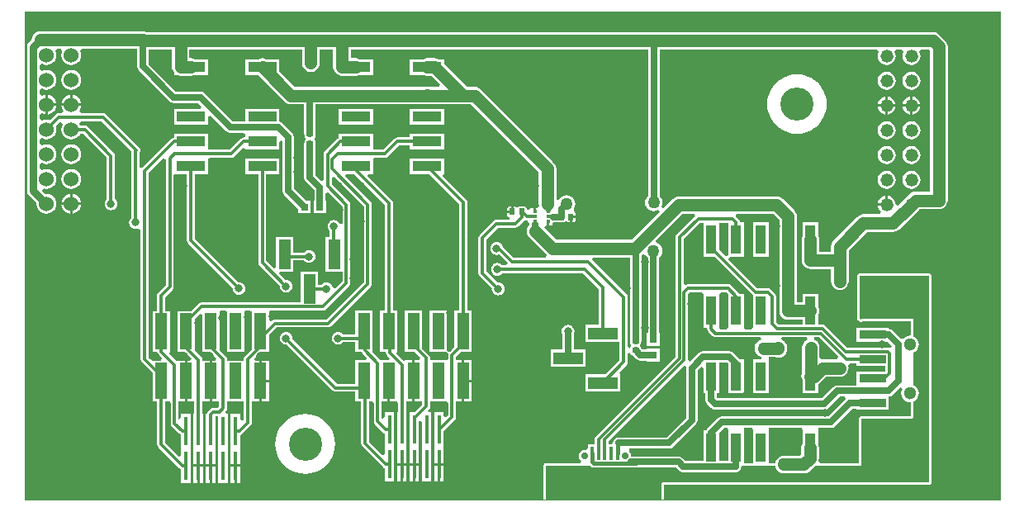
<source format=gtl>
G04*
G04 #@! TF.GenerationSoftware,Altium Limited,Altium Designer,18.1.9 (240)*
G04*
G04 Layer_Physical_Order=1*
G04 Layer_Color=255*
%FSLAX25Y25*%
%MOIN*%
G70*
G01*
G75*
%ADD17C,0.00039*%
%ADD18R,0.04331X0.11811*%
%ADD19R,0.11811X0.04331*%
G04:AMPARAMS|DCode=20|XSize=23.62mil|YSize=19.68mil|CornerRadius=1.48mil|HoleSize=0mil|Usage=FLASHONLY|Rotation=180.000|XOffset=0mil|YOffset=0mil|HoleType=Round|Shape=RoundedRectangle|*
%AMROUNDEDRECTD20*
21,1,0.02362,0.01673,0,0,180.0*
21,1,0.02067,0.01968,0,0,180.0*
1,1,0.00295,-0.01034,0.00837*
1,1,0.00295,0.01034,0.00837*
1,1,0.00295,0.01034,-0.00837*
1,1,0.00295,-0.01034,-0.00837*
%
%ADD20ROUNDEDRECTD20*%
%ADD21R,0.03150X0.03150*%
%ADD22R,0.03300X0.03300*%
%ADD23R,0.05000X0.12000*%
%ADD24R,0.01800X0.11800*%
%ADD25R,0.05000X0.14500*%
%ADD26R,0.01772X0.01181*%
G04:AMPARAMS|DCode=27|XSize=23.62mil|YSize=19.68mil|CornerRadius=1.48mil|HoleSize=0mil|Usage=FLASHONLY|Rotation=90.000|XOffset=0mil|YOffset=0mil|HoleType=Round|Shape=RoundedRectangle|*
%AMROUNDEDRECTD27*
21,1,0.02362,0.01673,0,0,90.0*
21,1,0.02067,0.01968,0,0,90.0*
1,1,0.00295,0.00837,0.01034*
1,1,0.00295,0.00837,-0.01034*
1,1,0.00295,-0.00837,-0.01034*
1,1,0.00295,-0.00837,0.01034*
%
%ADD27ROUNDEDRECTD27*%
%ADD28R,0.03300X0.03300*%
%ADD29R,0.03150X0.03150*%
%ADD30R,0.11024X0.03543*%
%ADD31R,0.19685X0.09843*%
%ADD32R,0.07087X0.07480*%
%ADD33R,0.01575X0.05315*%
%ADD34R,0.12000X0.05000*%
%ADD56C,0.06000*%
%ADD58C,0.01201*%
%ADD59C,0.01200*%
%ADD60C,0.02500*%
%ADD61C,0.05000*%
%ADD62C,0.03000*%
%ADD63C,0.01500*%
%ADD64C,0.02000*%
%ADD65C,0.13386*%
%ADD66C,0.05118*%
%ADD67C,0.05200*%
%ADD68C,0.02756*%
%ADD69C,0.03150*%
%ADD70C,0.05000*%
G36*
X84906Y214200D02*
X85081Y213322D01*
X85578Y212578D01*
X97978Y200178D01*
X98722Y199680D01*
X99600Y199506D01*
X109450D01*
X110866Y198089D01*
X110484Y197165D01*
X99724D01*
Y190835D01*
X113535D01*
Y194114D01*
X114459Y194496D01*
X120878Y188078D01*
X121622Y187581D01*
X122500Y187406D01*
X127564D01*
X128465Y187165D01*
Y185631D01*
X128000D01*
X127376Y185507D01*
X126847Y185153D01*
X122324Y180631D01*
X114451D01*
X113535Y180835D01*
Y187165D01*
X99724D01*
Y185576D01*
X99376Y185507D01*
X98847Y185153D01*
X86884Y173191D01*
X86229Y173347D01*
X85884Y173578D01*
Y179590D01*
X86007Y179776D01*
X86132Y180400D01*
X86007Y181024D01*
X85654Y181554D01*
X85654Y181554D01*
X72254Y194954D01*
X71724Y195308D01*
X71100Y195432D01*
X62018D01*
X61525Y196432D01*
X61794Y196783D01*
X62197Y197756D01*
X62269Y198300D01*
X58300D01*
X54331D01*
X54403Y197756D01*
X54806Y196783D01*
X55075Y196432D01*
X54582Y195432D01*
X53300D01*
X52676Y195308D01*
X52146Y194954D01*
X49730Y192537D01*
X49344Y192697D01*
X48300Y192834D01*
X47256Y192697D01*
X46549Y192404D01*
X45549Y192867D01*
Y194733D01*
X46549Y195196D01*
X47256Y194903D01*
X47800Y194831D01*
Y198800D01*
Y202769D01*
X47256Y202697D01*
X46549Y202404D01*
X45549Y202867D01*
Y204733D01*
X46549Y205196D01*
X47256Y204903D01*
X48300Y204766D01*
X49344Y204903D01*
X50317Y205306D01*
X51153Y205947D01*
X51794Y206783D01*
X52197Y207756D01*
X52334Y208800D01*
X52197Y209844D01*
X51794Y210817D01*
X51153Y211653D01*
X50317Y212294D01*
X49344Y212697D01*
X48300Y212835D01*
X47256Y212697D01*
X46549Y212404D01*
X45549Y212867D01*
Y214733D01*
X46549Y215196D01*
X47256Y214903D01*
X48300Y214766D01*
X49344Y214903D01*
X50317Y215306D01*
X51153Y215947D01*
X51794Y216783D01*
X52197Y217756D01*
X52334Y218800D01*
X52197Y219844D01*
X51979Y220370D01*
X52548Y221370D01*
X54052D01*
X54621Y220370D01*
X54403Y219844D01*
X54265Y218800D01*
X54403Y217756D01*
X54806Y216783D01*
X55447Y215947D01*
X56283Y215306D01*
X57256Y214903D01*
X58300Y214766D01*
X59344Y214903D01*
X60317Y215306D01*
X61153Y215947D01*
X61794Y216783D01*
X62197Y217756D01*
X62335Y218800D01*
X62197Y219844D01*
X61979Y220370D01*
X62548Y221370D01*
X84906D01*
Y214200D01*
D02*
G37*
G36*
X433071Y236220D02*
Y39370D01*
X297378D01*
Y45240D01*
X404429D01*
X404819Y45318D01*
X405150Y45539D01*
X405371Y45870D01*
X405449Y46260D01*
Y129643D01*
X405371Y130033D01*
X405150Y130364D01*
X404819Y130585D01*
X404622Y130666D01*
X404232Y130744D01*
X376575D01*
X376185Y130666D01*
X375854Y130445D01*
X375633Y130115D01*
X375555Y129724D01*
Y112500D01*
X375633Y112110D01*
X375854Y111779D01*
X376346Y111287D01*
X376677Y111066D01*
X377067Y110988D01*
X377457Y111066D01*
X377636Y111185D01*
X397012D01*
Y105700D01*
X396850Y105558D01*
X395921Y105436D01*
X395056Y105077D01*
X394312Y104507D01*
X393002Y104442D01*
X389917Y107528D01*
X389172Y108025D01*
X388295Y108200D01*
X388205D01*
Y108677D01*
X375181D01*
Y103134D01*
X387822D01*
X389325Y101630D01*
X389362Y101250D01*
X388820Y100760D01*
X388524Y100607D01*
X387900Y100731D01*
X371421D01*
X362554Y109599D01*
X362024Y109953D01*
X361400Y110077D01*
X359780D01*
Y114047D01*
X360024Y114637D01*
X360144Y115551D01*
X360024Y116465D01*
X359780Y117055D01*
Y122457D01*
X353449D01*
Y119081D01*
X351130D01*
Y153700D01*
X351010Y154614D01*
X350657Y155465D01*
X350096Y156196D01*
X345496Y160796D01*
X344765Y161357D01*
X343914Y161710D01*
X343000Y161830D01*
X303600D01*
X302686Y161710D01*
X301835Y161357D01*
X301104Y160796D01*
X297257Y156949D01*
X296457Y157535D01*
X296810Y158386D01*
X296930Y159300D01*
X296810Y160214D01*
X296457Y161065D01*
X295896Y161796D01*
X295694Y161951D01*
Y221070D01*
X383650D01*
X383992Y220587D01*
X384195Y220070D01*
X383893Y219340D01*
X383769Y218400D01*
X383893Y217460D01*
X384255Y216584D01*
X384833Y215832D01*
X385584Y215255D01*
X386460Y214893D01*
X387400Y214769D01*
X388340Y214893D01*
X389215Y215255D01*
X389967Y215832D01*
X390545Y216584D01*
X390907Y217460D01*
X391031Y218400D01*
X390907Y219340D01*
X390605Y220070D01*
X390808Y220587D01*
X391150Y221070D01*
X393650D01*
X393992Y220587D01*
X394195Y220070D01*
X393893Y219340D01*
X393769Y218400D01*
X393893Y217460D01*
X394255Y216584D01*
X394832Y215832D01*
X395585Y215255D01*
X396460Y214893D01*
X397400Y214769D01*
X398340Y214893D01*
X399216Y215255D01*
X399968Y215832D01*
X400545Y216584D01*
X400907Y217460D01*
X401031Y218400D01*
X400907Y219340D01*
X400605Y220070D01*
X400808Y220587D01*
X401150Y221070D01*
X404638D01*
X404970Y220738D01*
Y163668D01*
X399138D01*
X398224Y163548D01*
X397373Y163195D01*
X396642Y162634D01*
X395445Y161438D01*
X394832Y160968D01*
X394362Y160354D01*
X391984Y157976D01*
X391129Y158357D01*
X391027Y158433D01*
X390907Y159340D01*
X390545Y160215D01*
X389967Y160968D01*
X389215Y161545D01*
X388340Y161907D01*
X387900Y161965D01*
Y158400D01*
X387400D01*
Y157900D01*
X383835D01*
X383893Y157460D01*
X384255Y156585D01*
X384833Y155832D01*
X385226Y155530D01*
X384887Y154530D01*
X378000D01*
X377086Y154410D01*
X376235Y154057D01*
X375504Y153496D01*
X366004Y143996D01*
X365443Y143265D01*
X365090Y142414D01*
X364970Y141500D01*
Y139493D01*
X360144D01*
Y144291D01*
X360024Y145205D01*
X359780Y145796D01*
Y151197D01*
X353449D01*
Y145796D01*
X353204Y145205D01*
X353084Y144291D01*
Y135963D01*
X353204Y135049D01*
X353557Y134197D01*
X354118Y133466D01*
X354849Y132905D01*
X355700Y132553D01*
X356614Y132432D01*
X364970D01*
Y127437D01*
X365090Y126523D01*
X365443Y125672D01*
X366004Y124941D01*
X366735Y124380D01*
X367586Y124027D01*
X368500Y123907D01*
X369414Y124027D01*
X370265Y124380D01*
X370996Y124941D01*
X371557Y125672D01*
X371910Y126523D01*
X372030Y127437D01*
Y136221D01*
Y140038D01*
X379462Y147470D01*
X390000D01*
X390914Y147590D01*
X391765Y147943D01*
X392496Y148504D01*
X399355Y155362D01*
X399968Y155832D01*
X400438Y156446D01*
X400600Y156608D01*
X408500D01*
X409414Y156728D01*
X410265Y157081D01*
X410996Y157642D01*
X411557Y158373D01*
X411910Y159224D01*
X412030Y160138D01*
Y222200D01*
X411910Y223114D01*
X411557Y223965D01*
X410996Y224696D01*
X408596Y227096D01*
X407865Y227657D01*
X407014Y228010D01*
X406100Y228130D01*
X88547D01*
X88114Y228310D01*
X87200Y228430D01*
X45773D01*
X44860Y228310D01*
X44008Y227957D01*
X43277Y227396D01*
X42716Y226665D01*
X42363Y225814D01*
X42254Y224986D01*
X41198Y223929D01*
X40645Y223102D01*
X40451Y222127D01*
Y164100D01*
X40645Y163125D01*
X41198Y162298D01*
X44315Y159180D01*
X44265Y158800D01*
X44403Y157756D01*
X44806Y156783D01*
X45447Y155947D01*
X46283Y155306D01*
X47256Y154903D01*
X48300Y154765D01*
X49344Y154903D01*
X50317Y155306D01*
X51153Y155947D01*
X51794Y156783D01*
X52197Y157756D01*
X52334Y158800D01*
X52197Y159844D01*
X51794Y160817D01*
X51153Y161653D01*
X50317Y162294D01*
X49344Y162697D01*
X48300Y162835D01*
X47920Y162785D01*
X46622Y164083D01*
X47188Y164931D01*
X47256Y164903D01*
X48300Y164766D01*
X49344Y164903D01*
X50317Y165306D01*
X51153Y165947D01*
X51794Y166783D01*
X52197Y167756D01*
X52334Y168800D01*
X52197Y169844D01*
X51794Y170817D01*
X51153Y171653D01*
X50317Y172294D01*
X49344Y172697D01*
X48300Y172835D01*
X47256Y172697D01*
X46549Y172404D01*
X45549Y172867D01*
Y174733D01*
X46549Y175196D01*
X47256Y174903D01*
X48300Y174766D01*
X49344Y174903D01*
X50317Y175306D01*
X51153Y175947D01*
X51794Y176783D01*
X52197Y177756D01*
X52334Y178800D01*
X52197Y179844D01*
X51794Y180817D01*
X51153Y181653D01*
X50317Y182294D01*
X49344Y182697D01*
X48300Y182834D01*
X47256Y182697D01*
X46549Y182404D01*
X45549Y182867D01*
Y184733D01*
X46549Y185196D01*
X47256Y184903D01*
X48300Y184766D01*
X49344Y184903D01*
X50317Y185306D01*
X51153Y185947D01*
X51794Y186783D01*
X52197Y187756D01*
X52334Y188800D01*
X52197Y189844D01*
X52037Y190230D01*
X53676Y191868D01*
X54309Y191793D01*
X54783Y190863D01*
X54787Y190772D01*
X54403Y189844D01*
X54265Y188800D01*
X54403Y187756D01*
X54806Y186783D01*
X55447Y185947D01*
X56283Y185306D01*
X57256Y184903D01*
X58300Y184766D01*
X59344Y184903D01*
X60317Y185306D01*
X61153Y185947D01*
X61794Y186783D01*
X61912Y187068D01*
X63024D01*
X72668Y177424D01*
Y160693D01*
X72464Y160536D01*
X72051Y159999D01*
X71791Y159372D01*
X71703Y158700D01*
X71791Y158028D01*
X72051Y157402D01*
X72464Y156864D01*
X73001Y156451D01*
X73628Y156192D01*
X74300Y156103D01*
X74972Y156192D01*
X75599Y156451D01*
X76136Y156864D01*
X76549Y157402D01*
X76809Y158028D01*
X76897Y158700D01*
X76809Y159372D01*
X76549Y159999D01*
X76136Y160536D01*
X75932Y160693D01*
Y178100D01*
X75807Y178724D01*
X75454Y179254D01*
X64854Y189854D01*
X64324Y190208D01*
X63700Y190332D01*
X61995D01*
X61794Y190817D01*
X61525Y191168D01*
X62018Y192168D01*
X70424D01*
X82620Y179972D01*
Y153174D01*
X82416Y153017D01*
X82003Y152480D01*
X81743Y151853D01*
X81655Y151181D01*
X81743Y150509D01*
X82003Y149883D01*
X82416Y149345D01*
X82954Y148932D01*
X83580Y148673D01*
X84252Y148584D01*
X84924Y148673D01*
X85237Y148802D01*
X86041Y148409D01*
X86237Y148199D01*
Y96131D01*
X86361Y95507D01*
X86715Y94978D01*
X91067Y90626D01*
Y78994D01*
X92947D01*
Y61555D01*
X93072Y60931D01*
X93425Y60402D01*
X101941Y51886D01*
X102470Y51532D01*
X102667Y51493D01*
Y46139D01*
X106467D01*
Y59939D01*
X106467D01*
Y60139D01*
X106467D01*
Y73939D01*
X102667D01*
Y72245D01*
X101667Y71710D01*
X101631Y71734D01*
Y78994D01*
X104067D01*
Y87244D01*
Y95494D01*
X101067D01*
Y95494D01*
X100645Y95319D01*
X97746Y98218D01*
X98067Y98994D01*
X98067D01*
Y115494D01*
X96131D01*
Y121074D01*
X99185Y124128D01*
X99539Y124657D01*
X99663Y125282D01*
X99663Y125282D01*
Y169860D01*
X99724Y170835D01*
X104999D01*
Y143870D01*
X105123Y143246D01*
X105476Y142717D01*
X123421Y124772D01*
X123387Y124516D01*
X123476Y123844D01*
X123735Y123217D01*
X124148Y122679D01*
X124686Y122267D01*
X125312Y122007D01*
X125984Y121919D01*
X126656Y122007D01*
X127283Y122267D01*
X127821Y122679D01*
X128233Y123217D01*
X128493Y123844D01*
X128581Y124516D01*
X128493Y125188D01*
X128233Y125814D01*
X127821Y126352D01*
X127283Y126765D01*
X126656Y127024D01*
X125984Y127113D01*
X125728Y127079D01*
X108261Y144546D01*
Y170835D01*
X113535D01*
Y177165D01*
X114451Y177369D01*
X123000D01*
X123624Y177493D01*
X124153Y177847D01*
X127541Y181234D01*
X128465Y180851D01*
Y180835D01*
X142276D01*
Y183727D01*
X143276Y184257D01*
X143506Y184101D01*
Y164050D01*
X143681Y163172D01*
X144178Y162428D01*
X149776Y156830D01*
Y154925D01*
X154925D01*
Y160075D01*
X153020D01*
X148094Y165001D01*
Y185700D01*
X147919Y186578D01*
X147422Y187322D01*
X143422Y191322D01*
X142678Y191820D01*
X142276Y191900D01*
Y197165D01*
X128465D01*
Y191994D01*
X123450D01*
X112022Y203422D01*
X111278Y203920D01*
X110400Y204094D01*
X100550D01*
X89494Y215150D01*
Y221070D01*
X98870D01*
Y214162D01*
X98990Y213248D01*
X99343Y212397D01*
X99724Y211900D01*
Y210835D01*
X101058D01*
X101648Y210590D01*
X102562Y210470D01*
X102562Y210470D01*
X106630D01*
X107544Y210590D01*
X108134Y210835D01*
X113535D01*
Y217165D01*
X108134D01*
X107544Y217410D01*
X106630Y217530D01*
X105930D01*
Y221070D01*
X151470D01*
Y215550D01*
X151590Y214636D01*
X151943Y213785D01*
X152350Y213254D01*
Y212900D01*
X152704D01*
X153235Y212493D01*
X154086Y212140D01*
X155000Y212020D01*
X155914Y212140D01*
X156765Y212493D01*
X157296Y212900D01*
X157650D01*
Y213254D01*
X158057Y213785D01*
X158410Y214636D01*
X158530Y215550D01*
Y221070D01*
X163993D01*
Y214000D01*
X164113Y213086D01*
X164466Y212235D01*
X165027Y211504D01*
X165758Y210943D01*
X166609Y210590D01*
X167523Y210470D01*
X173130D01*
X174044Y210590D01*
X174634Y210835D01*
X180035D01*
Y217165D01*
X174634D01*
X174044Y217410D01*
X173130Y217530D01*
X171053D01*
Y221070D01*
X291106D01*
Y161951D01*
X290904Y161796D01*
X290343Y161065D01*
X289990Y160214D01*
X289870Y159300D01*
X289990Y158386D01*
X290343Y157535D01*
X290904Y156804D01*
X291635Y156243D01*
X292486Y155890D01*
X293400Y155770D01*
X294314Y155890D01*
X295165Y156243D01*
X295751Y155443D01*
X284538Y144230D01*
X254062D01*
X249308Y148984D01*
X249722Y149984D01*
X250189D01*
Y151575D01*
X251189D01*
Y149984D01*
X252575D01*
Y150975D01*
X252856Y151206D01*
X256031D01*
X256487Y151296D01*
X256868D01*
X257316Y151385D01*
X257696Y151639D01*
X258305D01*
X258684Y151385D01*
X259132Y151296D01*
X259469D01*
Y153500D01*
X259968D01*
Y154000D01*
X261975D01*
Y154534D01*
X261886Y154981D01*
X261632Y155361D01*
X261378Y155531D01*
X261193Y155939D01*
X261056Y156673D01*
X261257Y156935D01*
X261610Y157786D01*
X261730Y158700D01*
X261610Y159614D01*
X261257Y160465D01*
X260696Y161196D01*
X259965Y161757D01*
X259114Y162110D01*
X258200Y162230D01*
X257286Y162110D01*
X256435Y161757D01*
X255704Y161196D01*
X255143Y160465D01*
X255030Y160193D01*
X254030Y160392D01*
Y173000D01*
X253910Y173914D01*
X253557Y174765D01*
X252996Y175496D01*
X223546Y204946D01*
X222815Y205507D01*
X221964Y205860D01*
X221050Y205980D01*
X217998D01*
X208776Y215202D01*
Y217165D01*
X206489D01*
X205899Y217410D01*
X204985Y217530D01*
X201870D01*
X200956Y217410D01*
X200366Y217165D01*
X194965D01*
Y210835D01*
X200366D01*
X200956Y210590D01*
X201870Y210470D01*
X203523D01*
X207089Y206904D01*
X206706Y205980D01*
X202767D01*
X201870Y206098D01*
X200973Y205980D01*
X148382D01*
X142276Y212087D01*
Y217165D01*
X136874D01*
X136284Y217410D01*
X135370Y217530D01*
X134456Y217410D01*
X133866Y217165D01*
X128465D01*
Y210835D01*
X133543D01*
X144424Y199954D01*
X145155Y199393D01*
X146006Y199040D01*
X146920Y198920D01*
X152306D01*
Y187068D01*
X152396Y186614D01*
Y186232D01*
X152486Y185784D01*
X152739Y185405D01*
Y184795D01*
X152486Y184416D01*
X152396Y183968D01*
Y183587D01*
X152306Y183132D01*
Y169300D01*
X152480Y168422D01*
X152978Y167678D01*
X156356Y164300D01*
Y160075D01*
X156075D01*
Y154925D01*
X161224D01*
Y160075D01*
X160944D01*
Y163113D01*
X161868Y163496D01*
X167679Y157685D01*
Y150784D01*
X166679Y150585D01*
X166549Y150899D01*
X166136Y151436D01*
X165598Y151849D01*
X164972Y152109D01*
X164300Y152197D01*
X163628Y152109D01*
X163002Y151849D01*
X162464Y151436D01*
X162051Y150899D01*
X161792Y150272D01*
X161703Y149600D01*
X161792Y148928D01*
X162051Y148301D01*
X162464Y147764D01*
X162668Y147607D01*
Y145500D01*
X161000D01*
Y131500D01*
X167679D01*
Y127486D01*
X164881Y124688D01*
X163825Y125046D01*
X163809Y125172D01*
X163549Y125798D01*
X163136Y126336D01*
X162599Y126749D01*
X161972Y127008D01*
X161300Y127097D01*
X160628Y127008D01*
X160002Y126749D01*
X159464Y126336D01*
X159307Y126132D01*
X158000D01*
Y131500D01*
X151000D01*
Y118954D01*
X110823D01*
X110198Y118830D01*
X109669Y118476D01*
X106687Y115494D01*
X101067D01*
Y98994D01*
X104099D01*
X106675Y96418D01*
X106292Y95494D01*
X105067D01*
Y87244D01*
Y78994D01*
X107947D01*
Y73939D01*
X107667D01*
Y60939D01*
X107667Y60139D01*
X107667Y59139D01*
Y53539D01*
X111467D01*
Y59139D01*
X111467Y59939D01*
X111467Y60939D01*
Y73939D01*
X111210D01*
Y78994D01*
X114067D01*
Y87244D01*
Y95494D01*
X111210D01*
Y95821D01*
X111086Y96446D01*
X110732Y96975D01*
X108067Y99640D01*
Y112260D01*
X110143Y114336D01*
X111067Y113953D01*
Y98994D01*
X114299D01*
X116875Y96418D01*
X116492Y95494D01*
X115067D01*
Y87244D01*
Y78994D01*
X117869D01*
Y76869D01*
X117435Y76434D01*
X115551D01*
X114927Y76310D01*
X114398Y75957D01*
X113425Y74984D01*
X113072Y74455D01*
X112969Y73939D01*
X112667D01*
Y60939D01*
X112667Y60139D01*
X112667Y59139D01*
Y53539D01*
X116467D01*
Y59139D01*
X116467Y59939D01*
X116467Y60939D01*
Y73172D01*
X117667D01*
Y60939D01*
X117667Y60139D01*
X117667Y59139D01*
Y46139D01*
X121467D01*
Y59139D01*
X121467Y59939D01*
X121467Y60939D01*
Y73939D01*
X120860D01*
X120477Y74863D01*
X120653Y75039D01*
X121007Y75569D01*
X121131Y76193D01*
Y78994D01*
X127869D01*
Y71503D01*
X127467Y71195D01*
X126467Y71688D01*
Y73939D01*
X122667D01*
Y60939D01*
X122667Y60139D01*
X122667Y59139D01*
Y53539D01*
X126467D01*
Y59139D01*
X126467Y59939D01*
X126467Y60939D01*
Y65488D01*
X126687Y65532D01*
X127216Y65886D01*
X130654Y69323D01*
X131007Y69852D01*
X131131Y70476D01*
Y78994D01*
X134067D01*
Y87244D01*
Y95494D01*
X132565D01*
X132183Y96418D01*
X134565Y98800D01*
X134692Y98885D01*
X134801Y98994D01*
X138067D01*
Y105760D01*
X141176Y108869D01*
X162000D01*
X162624Y108993D01*
X163154Y109346D01*
X179154Y125347D01*
X179507Y125876D01*
X179631Y126500D01*
Y158500D01*
X179631Y158500D01*
X179507Y159124D01*
X179154Y159653D01*
X168896Y169911D01*
X169279Y170835D01*
X172358D01*
X184869Y158324D01*
Y115514D01*
X182957D01*
Y99014D01*
X185219D01*
Y98583D01*
X185343Y97958D01*
X185697Y97429D01*
X186688Y96438D01*
X186306Y95514D01*
X183170D01*
X183153Y95538D01*
X180456Y98236D01*
X179957Y99014D01*
X179957D01*
X179957Y99014D01*
Y115514D01*
X172957D01*
Y106131D01*
X167994D01*
X167836Y106336D01*
X167298Y106749D01*
X166672Y107009D01*
X166000Y107097D01*
X165328Y107009D01*
X164701Y106749D01*
X164164Y106336D01*
X163751Y105798D01*
X163491Y105172D01*
X163403Y104500D01*
X163491Y103828D01*
X163751Y103201D01*
X164164Y102664D01*
X164701Y102251D01*
X165328Y101991D01*
X166000Y101903D01*
X166672Y101991D01*
X167298Y102251D01*
X167836Y102664D01*
X167994Y102869D01*
X172957D01*
Y99014D01*
X175323D01*
X175343Y98910D01*
X175697Y98381D01*
X177640Y96438D01*
X177257Y95514D01*
X172957D01*
Y86131D01*
X165676D01*
X147563Y104244D01*
X147597Y104500D01*
X147509Y105172D01*
X147249Y105798D01*
X146836Y106336D01*
X146299Y106749D01*
X145672Y107009D01*
X145000Y107097D01*
X144328Y107009D01*
X143702Y106749D01*
X143164Y106336D01*
X142751Y105798D01*
X142491Y105172D01*
X142403Y104500D01*
X142491Y103828D01*
X142751Y103201D01*
X143164Y102664D01*
X143702Y102251D01*
X144328Y101991D01*
X145000Y101903D01*
X145256Y101937D01*
X163847Y83346D01*
X164376Y82993D01*
X165000Y82869D01*
X172957D01*
Y79014D01*
X175219D01*
Y62055D01*
X175343Y61431D01*
X175697Y60902D01*
X184122Y52476D01*
X184651Y52123D01*
X184852Y52083D01*
Y46730D01*
X188652D01*
Y60530D01*
X188652D01*
Y60730D01*
X188652D01*
Y74530D01*
X184852D01*
Y72629D01*
X183852Y72096D01*
X183631Y72244D01*
Y79014D01*
X185957D01*
Y87264D01*
X186957D01*
Y79014D01*
X189957D01*
X190219Y78122D01*
Y74530D01*
X189852D01*
Y61530D01*
X189852Y60730D01*
X189852Y59730D01*
Y54130D01*
X193652D01*
Y59730D01*
X193652Y60530D01*
X193652Y61530D01*
Y74530D01*
X193482D01*
Y79014D01*
X195957D01*
Y87264D01*
Y95514D01*
X192957D01*
Y95514D01*
X192440Y95300D01*
X189596Y98144D01*
X189957Y99014D01*
X189957D01*
Y115514D01*
X188131D01*
Y159000D01*
X188007Y159624D01*
X187654Y160153D01*
X177896Y169911D01*
X178279Y170835D01*
X180035D01*
Y177165D01*
X180951Y177369D01*
X185000D01*
X185624Y177493D01*
X186153Y177847D01*
X190676Y182369D01*
X194965D01*
Y180835D01*
X208776D01*
Y187165D01*
X194965D01*
Y185631D01*
X190000D01*
X189376Y185507D01*
X188847Y185153D01*
X184324Y180631D01*
X180951D01*
X180035Y180835D01*
Y187165D01*
X166224D01*
Y185406D01*
X165847Y185153D01*
X160646Y179954D01*
X160293Y179424D01*
X160169Y178800D01*
Y168282D01*
X159245Y167900D01*
X156894Y170250D01*
Y183132D01*
X156804Y183587D01*
Y183968D01*
X156714Y184416D01*
X156461Y184795D01*
Y185405D01*
X156714Y185784D01*
X156804Y186232D01*
Y186614D01*
X156894Y187068D01*
Y198920D01*
X219588D01*
X246970Y171538D01*
Y158689D01*
X247047Y158102D01*
X246554Y157327D01*
X246286Y157102D01*
X245874D01*
Y155512D01*
X244874D01*
Y157102D01*
X243488D01*
Y156736D01*
X242488Y156213D01*
X242164Y156437D01*
Y156545D01*
X242075Y156993D01*
X241822Y157373D01*
X241442Y157626D01*
X240994Y157715D01*
X239321D01*
X238873Y157626D01*
X238493Y157373D01*
X237884D01*
X237505Y157626D01*
X237057Y157715D01*
X236720D01*
Y155512D01*
X236221D01*
Y155012D01*
X234214D01*
Y154478D01*
X234303Y154031D01*
X234557Y153651D01*
X234936Y153397D01*
X235266Y153332D01*
X235167Y152332D01*
X229900D01*
X229276Y152208D01*
X228746Y151854D01*
X223046Y146154D01*
X222692Y145624D01*
X222568Y145000D01*
Y130800D01*
X222692Y130176D01*
X223046Y129646D01*
X228037Y124656D01*
X228003Y124400D01*
X228092Y123728D01*
X228351Y123101D01*
X228764Y122564D01*
X229302Y122151D01*
X229928Y121891D01*
X230600Y121803D01*
X231272Y121891D01*
X231898Y122151D01*
X232436Y122564D01*
X232849Y123101D01*
X233108Y123728D01*
X233197Y124400D01*
X233108Y125072D01*
X232849Y125698D01*
X232436Y126236D01*
X231898Y126649D01*
X231272Y126909D01*
X230600Y126997D01*
X230344Y126963D01*
X225832Y131476D01*
Y144324D01*
X230576Y149068D01*
X237600D01*
X238224Y149193D01*
X238754Y149546D01*
X241311Y152104D01*
X241339Y152145D01*
X241501Y152036D01*
X242126Y151912D01*
X242475D01*
X242658Y151763D01*
X243182Y150912D01*
X243080Y150400D01*
X243118Y150207D01*
X243104Y150196D01*
X242543Y149465D01*
X242190Y148614D01*
X242070Y147700D01*
X242190Y146786D01*
X242543Y145935D01*
X243104Y145204D01*
X250104Y138204D01*
X250104Y138204D01*
X250328Y138032D01*
X249989Y137032D01*
X236876D01*
X232489Y141418D01*
X232249Y141999D01*
X231836Y142536D01*
X231298Y142949D01*
X230672Y143209D01*
X230000Y143297D01*
X229328Y143209D01*
X228701Y142949D01*
X228164Y142536D01*
X227751Y141999D01*
X227491Y141372D01*
X227403Y140700D01*
X227491Y140028D01*
X227751Y139401D01*
X228164Y138864D01*
X228701Y138451D01*
X229328Y138191D01*
X230000Y138103D01*
X230672Y138191D01*
X230975Y138317D01*
X234361Y134932D01*
X233946Y133932D01*
X232293D01*
X232136Y134136D01*
X231598Y134549D01*
X230972Y134809D01*
X230300Y134897D01*
X229628Y134809D01*
X229001Y134549D01*
X228464Y134136D01*
X228051Y133598D01*
X227792Y132972D01*
X227703Y132300D01*
X227792Y131628D01*
X228051Y131001D01*
X228464Y130464D01*
X229001Y130051D01*
X229628Y129791D01*
X230300Y129703D01*
X230972Y129791D01*
X231598Y130051D01*
X232136Y130464D01*
X232293Y130668D01*
X264888D01*
X271116Y124440D01*
Y109957D01*
X265748D01*
Y102957D01*
X279568D01*
Y95584D01*
X273940Y89957D01*
X265748D01*
Y82957D01*
X279748D01*
Y89957D01*
X279748D01*
X279399Y90800D01*
X282354Y93755D01*
X282708Y94284D01*
X282832Y94909D01*
Y98217D01*
X283832Y98740D01*
X283896Y98695D01*
X283985Y98247D01*
X284239Y97868D01*
X284619Y97614D01*
X284812Y97575D01*
X286352Y96035D01*
X287096Y95538D01*
X287974Y95363D01*
X290632D01*
Y95083D01*
X295782D01*
Y100232D01*
X290632D01*
Y99951D01*
X288924D01*
X288253Y100623D01*
X288214Y100816D01*
X287961Y101196D01*
Y101804D01*
X288214Y102184D01*
X288285Y102539D01*
X288319Y102591D01*
X288494Y103469D01*
Y137881D01*
X289146Y138415D01*
X290159Y138147D01*
X290250Y137928D01*
X290811Y137197D01*
X291013Y137042D01*
Y106532D01*
X290632D01*
Y101382D01*
X295782D01*
Y106532D01*
X295601D01*
Y137042D01*
X295803Y137197D01*
X296364Y137928D01*
X296717Y138779D01*
X296837Y139693D01*
X296717Y140607D01*
X296364Y141458D01*
X295803Y142189D01*
X295072Y142750D01*
X294637Y142930D01*
X294319Y144027D01*
X305062Y154770D01*
X309681D01*
X309876Y154488D01*
X310063Y153770D01*
X302646Y146353D01*
X302293Y145824D01*
X302169Y145200D01*
Y97102D01*
X269910Y64842D01*
X269556Y64313D01*
X269432Y63689D01*
Y61630D01*
X266717D01*
Y60213D01*
X265717Y59459D01*
X265453Y59511D01*
X264525Y59327D01*
X263738Y58801D01*
X263213Y58014D01*
X263028Y57087D01*
X263213Y56159D01*
X263738Y55372D01*
X264042Y55169D01*
X263739Y54169D01*
X250000D01*
X249610Y54092D01*
X249279Y53871D01*
X249058Y53540D01*
X248980Y53150D01*
Y39370D01*
X248980Y39370D01*
X39370D01*
Y236221D01*
X433071D01*
X433071Y236220D01*
D02*
G37*
G36*
X323449Y137972D02*
X322449Y137558D01*
X319779Y140228D01*
Y151169D01*
X323449D01*
Y137972D01*
D02*
G37*
G36*
X176369Y157824D02*
Y127176D01*
X161324Y112131D01*
X140500D01*
X139876Y112007D01*
X139347Y111653D01*
X138991Y111298D01*
X138067Y111681D01*
Y115494D01*
X138985Y115691D01*
X151388D01*
X151503Y115669D01*
X159800D01*
X160424Y115793D01*
X160953Y116147D01*
X170464Y125657D01*
X170817Y126186D01*
X170942Y126810D01*
Y158360D01*
X170817Y158984D01*
X170464Y159514D01*
X163431Y166546D01*
Y169455D01*
X164355Y169838D01*
X176369Y157824D01*
D02*
G37*
G36*
X344070Y152238D02*
Y115551D01*
X344190Y114637D01*
X344543Y113786D01*
X345104Y113055D01*
X345835Y112494D01*
X346686Y112141D01*
X347600Y112021D01*
X353449D01*
Y110077D01*
X343776D01*
X342731Y111121D01*
Y121400D01*
X342607Y122024D01*
X342253Y122554D01*
X340553Y124253D01*
X340024Y124607D01*
X339400Y124731D01*
X335276D01*
X323621Y136386D01*
X324035Y137386D01*
X329780D01*
Y151197D01*
X328245D01*
Y151286D01*
X328121Y151910D01*
X327768Y152439D01*
X326437Y153770D01*
X326624Y154488D01*
X326819Y154770D01*
X341538D01*
X344070Y152238D01*
D02*
G37*
G36*
X313449Y137386D02*
X318007D01*
X333447Y121947D01*
X333449Y121945D01*
Y108646D01*
X332662Y108131D01*
X330567D01*
X329780Y108646D01*
Y122457D01*
X327890D01*
X327768Y122639D01*
X324553Y125854D01*
X324024Y126207D01*
X323400Y126331D01*
X307300D01*
X306676Y126207D01*
X306431Y126044D01*
X305431Y126446D01*
Y144524D01*
X312076Y151169D01*
X313449D01*
Y137386D01*
D02*
G37*
G36*
X323449Y122344D02*
Y108646D01*
X322662Y108131D01*
X320567D01*
X319779Y108646D01*
Y122457D01*
X320526Y123069D01*
X322724D01*
X323449Y122344D01*
D02*
G37*
G36*
X283906Y104353D02*
X283896Y104305D01*
Y102632D01*
X283985Y102184D01*
X284239Y101804D01*
Y101196D01*
X283985Y100816D01*
X283896Y100368D01*
X283832Y100323D01*
X282832Y100846D01*
Y121048D01*
X282708Y121672D01*
X282354Y122202D01*
X268386Y136170D01*
X268800Y137170D01*
X283906D01*
Y104353D01*
D02*
G37*
G36*
X131067Y115494D02*
Y99916D01*
X128347Y97196D01*
X127993Y96667D01*
X127869Y96042D01*
Y95494D01*
X121131D01*
Y96100D01*
X121007Y96724D01*
X120653Y97254D01*
X118067Y99840D01*
Y115494D01*
X118985Y115691D01*
X120149D01*
X121067Y115494D01*
X121067Y114691D01*
Y98994D01*
X128067D01*
Y114691D01*
X128067Y115494D01*
X128985Y115691D01*
X130149D01*
X131067Y115494D01*
D02*
G37*
G36*
X367963Y97030D02*
X367548Y96030D01*
X361400D01*
X361280Y96014D01*
X360280Y96858D01*
Y100600D01*
X360160Y101514D01*
X359807Y102365D01*
X359400Y102896D01*
Y103250D01*
X359046D01*
X358515Y103657D01*
X358005Y103869D01*
X358204Y104869D01*
X360124D01*
X367963Y97030D01*
D02*
G37*
G36*
X95460Y177129D02*
X96400Y176679D01*
Y125957D01*
X93347Y122904D01*
X92993Y122374D01*
X92869Y121750D01*
Y115494D01*
X91067D01*
Y98994D01*
X92964D01*
X93072Y98454D01*
X93425Y97924D01*
X94932Y96418D01*
X94549Y95494D01*
X91067D01*
X91067Y95494D01*
Y95494D01*
X90299Y96008D01*
X89500Y96807D01*
Y149230D01*
X89583Y149648D01*
Y152714D01*
X89500Y153133D01*
Y171193D01*
X95438Y177131D01*
X95460Y177129D01*
D02*
G37*
G36*
X313449Y122457D02*
Y108646D01*
X314983D01*
Y108186D01*
X315107Y107562D01*
X315461Y107032D01*
X317146Y105347D01*
X317676Y104993D01*
X318300Y104869D01*
X336599D01*
X336786Y103910D01*
X335935Y103557D01*
X335204Y102996D01*
X334643Y102265D01*
X334290Y101414D01*
X334170Y100500D01*
X334290Y99586D01*
X334643Y98735D01*
X335204Y98004D01*
X335935Y97443D01*
X336786Y97090D01*
X336872Y97079D01*
X336807Y96079D01*
X333350D01*
Y82268D01*
X339681D01*
Y95970D01*
X339681Y96079D01*
X339944Y96970D01*
X342351D01*
X342736Y96810D01*
X343650Y96690D01*
X344564Y96810D01*
X345415Y97163D01*
X346146Y97724D01*
X346707Y98455D01*
X347060Y99306D01*
X347180Y100220D01*
Y100600D01*
X347060Y101514D01*
X346707Y102365D01*
X346300Y102896D01*
Y103250D01*
X345946D01*
X345415Y103657D01*
X344905Y103869D01*
X345104Y104869D01*
X355296D01*
X355495Y103869D01*
X354985Y103657D01*
X354454Y103250D01*
X354100D01*
Y102896D01*
X353693Y102365D01*
X353340Y101514D01*
X353220Y100600D01*
Y90362D01*
X353106Y90087D01*
X352986Y89173D01*
X353106Y88260D01*
X353350Y87669D01*
Y82268D01*
X359681D01*
Y86051D01*
X359838Y86116D01*
X360569Y86677D01*
X362862Y88970D01*
X368500D01*
X369414Y89090D01*
X370265Y89443D01*
X370996Y90004D01*
X371557Y90735D01*
X371910Y91586D01*
X372030Y92500D01*
X371910Y93414D01*
X371902Y93432D01*
X372571Y94432D01*
X375181D01*
Y93291D01*
X386969D01*
Y91076D01*
X386854Y90961D01*
X375181D01*
Y85494D01*
X367500D01*
X366622Y85320D01*
X365878Y84822D01*
X361302Y80247D01*
X319198D01*
X318794Y80650D01*
Y82268D01*
X319681D01*
Y94635D01*
X323021D01*
X323350Y94305D01*
Y82268D01*
X329681D01*
Y96079D01*
X328066D01*
X325593Y98551D01*
X324849Y99048D01*
X323971Y99223D01*
X313229D01*
X312351Y99048D01*
X311607Y98551D01*
X308131Y95075D01*
X307209Y95567D01*
X307231Y95680D01*
Y122324D01*
X307976Y123069D01*
X312702D01*
X313449Y122457D01*
D02*
G37*
G36*
X393757Y84099D02*
X393742Y84078D01*
X393383Y83213D01*
X393261Y82284D01*
X393383Y81354D01*
X393742Y80489D01*
X394312Y79745D01*
X395056Y79175D01*
X395921Y78816D01*
X396850Y78694D01*
X397012Y78552D01*
Y73067D01*
X377264D01*
X376874Y72989D01*
X376543Y72768D01*
X376322Y72437D01*
X376244Y72047D01*
Y54169D01*
X360511D01*
X359898Y55169D01*
X359926Y55236D01*
X360046Y56150D01*
Y60433D01*
X359926Y61347D01*
X359681Y61937D01*
Y67339D01*
X359681D01*
X359760Y68306D01*
X364800D01*
X365678Y68481D01*
X366422Y68978D01*
X373497Y76052D01*
X375181D01*
Y75575D01*
X388205D01*
Y80907D01*
X389078Y81081D01*
X389822Y81578D01*
X393004Y84759D01*
X393757Y84099D01*
D02*
G37*
G36*
X306597Y92956D02*
X306506Y92500D01*
Y72350D01*
X298655Y64499D01*
X279134D01*
X278256Y64324D01*
X277512Y63827D01*
X277014Y63083D01*
X276840Y62205D01*
X276368Y61630D01*
X275253D01*
Y63027D01*
X305675Y93448D01*
X306597Y92956D01*
D02*
G37*
G36*
X179957Y79014D02*
X180369Y78184D01*
Y70906D01*
X180493Y70281D01*
X180847Y69752D01*
X184122Y66476D01*
X184651Y66123D01*
X184852Y66083D01*
Y60730D01*
X184852D01*
Y60530D01*
X184852D01*
Y57667D01*
X183928Y57284D01*
X178482Y62731D01*
Y79014D01*
X179957D01*
D02*
G37*
G36*
X98067Y78994D02*
X98369Y78119D01*
Y70134D01*
X98493Y69510D01*
X98847Y68980D01*
X101941Y65886D01*
X102470Y65532D01*
X102667Y65493D01*
Y60139D01*
X102667D01*
Y59939D01*
X102667D01*
Y57081D01*
X101743Y56698D01*
X96210Y62231D01*
Y78994D01*
X98067D01*
D02*
G37*
G36*
X323350Y67339D02*
X323350D01*
Y54972D01*
X319681D01*
Y66137D01*
X321850Y68306D01*
X323272D01*
X323350Y67339D01*
D02*
G37*
G36*
X313350Y92500D02*
Y82268D01*
X314206D01*
Y79700D01*
X314381Y78822D01*
X314878Y78078D01*
X316625Y76331D01*
X317369Y75833D01*
X318247Y75659D01*
X362253D01*
X363131Y75833D01*
X363875Y76331D01*
X368450Y80906D01*
X370527D01*
X370838Y80172D01*
X370862Y79906D01*
X363850Y72894D01*
X320900D01*
X320022Y72719D01*
X319278Y72222D01*
X314878Y67822D01*
X314555Y67339D01*
X313350D01*
Y54972D01*
X306147D01*
X304969Y56150D01*
X304224Y56647D01*
X303346Y56822D01*
X284433D01*
X284216Y57087D01*
X284031Y58014D01*
X283506Y58801D01*
X283342Y58911D01*
X283645Y59911D01*
X299605D01*
X300483Y60085D01*
X301227Y60583D01*
X310422Y69778D01*
X310919Y70522D01*
X311094Y71400D01*
Y91550D01*
X312426Y92882D01*
X313350Y92500D01*
D02*
G37*
G36*
X353350Y67339D02*
X353350D01*
Y61937D01*
X353106Y61347D01*
X352986Y60433D01*
Y57612D01*
X352447Y57073D01*
X345976D01*
X345063Y56953D01*
X344211Y56600D01*
X343480Y56040D01*
X342919Y55308D01*
X342566Y54457D01*
X342532Y54193D01*
X342498Y54169D01*
X339681D01*
Y67339D01*
X339681D01*
X339760Y68306D01*
X353272D01*
X353350Y67339D01*
D02*
G37*
G36*
X333350D02*
X333350D01*
Y54169D01*
X329681D01*
Y67339D01*
X329681D01*
X329760Y68306D01*
X333272D01*
X333350Y67339D01*
D02*
G37*
G36*
X404232Y129724D02*
X404429Y129643D01*
Y46260D01*
X296850D01*
X296358Y45768D01*
Y39272D01*
X250041D01*
X250000Y39370D01*
Y53150D01*
X267583D01*
X268030Y52703D01*
X268608Y52316D01*
X269291Y52181D01*
X286024D01*
X286289Y52233D01*
X302396D01*
X303574Y51055D01*
X304319Y50558D01*
X305196Y50384D01*
X326516D01*
X327394Y50558D01*
X328138Y51055D01*
X328635Y51800D01*
X328810Y52678D01*
Y53150D01*
X342498D01*
X342566Y52630D01*
X342919Y51778D01*
X343480Y51047D01*
X344211Y50486D01*
X345063Y50133D01*
X345976Y50013D01*
X353909D01*
X354823Y50133D01*
X355674Y50486D01*
X356405Y51047D01*
X358508Y53150D01*
X377067D01*
X377264Y53347D01*
Y72047D01*
X397539D01*
X398031Y72539D01*
Y78920D01*
X398645Y79175D01*
X399389Y79745D01*
X399959Y80489D01*
X400318Y81354D01*
X400440Y82284D01*
X400318Y83213D01*
X399959Y84078D01*
X399389Y84822D01*
X398645Y85392D01*
X398031Y85646D01*
Y98605D01*
X398645Y98860D01*
X399389Y99430D01*
X399959Y100174D01*
X400318Y101039D01*
X400440Y101969D01*
X400318Y102898D01*
X399959Y103763D01*
X399389Y104507D01*
X398645Y105077D01*
X398031Y105332D01*
Y112205D01*
X377264D01*
X377067Y112008D01*
X376575Y112500D01*
Y129724D01*
X404232D01*
D02*
G37*
%LPC*%
G36*
X58300Y212835D02*
X57256Y212697D01*
X56283Y212294D01*
X55447Y211653D01*
X54806Y210817D01*
X54403Y209844D01*
X54265Y208800D01*
X54403Y207756D01*
X54806Y206783D01*
X55447Y205947D01*
X56283Y205306D01*
X57256Y204903D01*
X58300Y204766D01*
X59344Y204903D01*
X60317Y205306D01*
X61153Y205947D01*
X61794Y206783D01*
X62197Y207756D01*
X62335Y208800D01*
X62197Y209844D01*
X61794Y210817D01*
X61153Y211653D01*
X60317Y212294D01*
X59344Y212697D01*
X58300Y212835D01*
D02*
G37*
G36*
X58800Y202769D02*
Y199300D01*
X62269D01*
X62197Y199844D01*
X61794Y200817D01*
X61153Y201653D01*
X60317Y202294D01*
X59344Y202697D01*
X58800Y202769D01*
D02*
G37*
G36*
X48800D02*
Y199300D01*
X52269D01*
X52197Y199844D01*
X51794Y200817D01*
X51153Y201653D01*
X50317Y202294D01*
X49344Y202697D01*
X48800Y202769D01*
D02*
G37*
G36*
X57800D02*
X57256Y202697D01*
X56283Y202294D01*
X55447Y201653D01*
X54806Y200817D01*
X54403Y199844D01*
X54331Y199300D01*
X57800D01*
Y202769D01*
D02*
G37*
G36*
X52269Y198300D02*
X48800D01*
Y194831D01*
X49344Y194903D01*
X50317Y195306D01*
X51153Y195947D01*
X51794Y196783D01*
X52197Y197756D01*
X52269Y198300D01*
D02*
G37*
G36*
X397400Y212031D02*
X396460Y211907D01*
X395585Y211545D01*
X394832Y210967D01*
X394255Y210215D01*
X393893Y209340D01*
X393769Y208400D01*
X393893Y207460D01*
X394255Y206585D01*
X394832Y205833D01*
X395585Y205255D01*
X396460Y204893D01*
X397400Y204769D01*
X398340Y204893D01*
X399216Y205255D01*
X399968Y205833D01*
X400545Y206585D01*
X400907Y207460D01*
X401031Y208400D01*
X400907Y209340D01*
X400545Y210215D01*
X399968Y210967D01*
X399216Y211545D01*
X398340Y211907D01*
X397400Y212031D01*
D02*
G37*
G36*
X387400D02*
X386460Y211907D01*
X385584Y211545D01*
X384833Y210967D01*
X384255Y210215D01*
X383893Y209340D01*
X383769Y208400D01*
X383893Y207460D01*
X384255Y206585D01*
X384833Y205833D01*
X385584Y205255D01*
X386460Y204893D01*
X387400Y204769D01*
X388340Y204893D01*
X389215Y205255D01*
X389967Y205833D01*
X390545Y206585D01*
X390907Y207460D01*
X391031Y208400D01*
X390907Y209340D01*
X390545Y210215D01*
X389967Y210967D01*
X389215Y211545D01*
X388340Y211907D01*
X387400Y212031D01*
D02*
G37*
G36*
X397900Y201965D02*
Y198900D01*
X400965D01*
X400907Y199340D01*
X400545Y200216D01*
X399968Y200968D01*
X399216Y201545D01*
X398340Y201907D01*
X397900Y201965D01*
D02*
G37*
G36*
X387900D02*
Y198900D01*
X390965D01*
X390907Y199340D01*
X390545Y200216D01*
X389967Y200968D01*
X389215Y201545D01*
X388340Y201907D01*
X387900Y201965D01*
D02*
G37*
G36*
X396900D02*
X396460Y201907D01*
X395585Y201545D01*
X394832Y200968D01*
X394255Y200216D01*
X393893Y199340D01*
X393835Y198900D01*
X396900D01*
Y201965D01*
D02*
G37*
G36*
X386900D02*
X386460Y201907D01*
X385584Y201545D01*
X384833Y200968D01*
X384255Y200216D01*
X383893Y199340D01*
X383835Y198900D01*
X386900D01*
Y201965D01*
D02*
G37*
G36*
X400965Y197900D02*
X397900D01*
Y194835D01*
X398340Y194893D01*
X399216Y195255D01*
X399968Y195832D01*
X400545Y196584D01*
X400907Y197460D01*
X400965Y197900D01*
D02*
G37*
G36*
X390965D02*
X387900D01*
Y194835D01*
X388340Y194893D01*
X389215Y195255D01*
X389967Y195832D01*
X390545Y196584D01*
X390907Y197460D01*
X390965Y197900D01*
D02*
G37*
G36*
X396900D02*
X393835D01*
X393893Y197460D01*
X394255Y196584D01*
X394832Y195832D01*
X395585Y195255D01*
X396460Y194893D01*
X396900Y194835D01*
Y197900D01*
D02*
G37*
G36*
X386900D02*
X383835D01*
X383893Y197460D01*
X384255Y196584D01*
X384833Y195832D01*
X385584Y195255D01*
X386460Y194893D01*
X386900Y194835D01*
Y197900D01*
D02*
G37*
G36*
X208776Y197165D02*
X194965D01*
Y190835D01*
X208776D01*
Y197165D01*
D02*
G37*
G36*
X180035D02*
X166224D01*
Y190835D01*
X180035D01*
Y197165D01*
D02*
G37*
G36*
X351200Y211061D02*
X349313Y210912D01*
X347473Y210471D01*
X345725Y209746D01*
X344111Y208757D01*
X342672Y207528D01*
X341443Y206089D01*
X340454Y204475D01*
X339729Y202727D01*
X339288Y200887D01*
X339139Y199000D01*
X339288Y197113D01*
X339729Y195273D01*
X340454Y193525D01*
X341443Y191911D01*
X342672Y190472D01*
X344111Y189243D01*
X345725Y188254D01*
X347473Y187530D01*
X349313Y187088D01*
X351200Y186939D01*
X353087Y187088D01*
X354927Y187530D01*
X356676Y188254D01*
X358289Y189243D01*
X359728Y190472D01*
X360957Y191911D01*
X361946Y193525D01*
X362670Y195273D01*
X363112Y197113D01*
X363261Y199000D01*
X363112Y200887D01*
X362670Y202727D01*
X361946Y204475D01*
X360957Y206089D01*
X359728Y207528D01*
X358289Y208757D01*
X356676Y209746D01*
X354927Y210471D01*
X353087Y210912D01*
X351200Y211061D01*
D02*
G37*
G36*
X397400Y192031D02*
X396460Y191907D01*
X395585Y191545D01*
X394832Y190968D01*
X394255Y190216D01*
X393893Y189340D01*
X393769Y188400D01*
X393893Y187460D01*
X394255Y186584D01*
X394832Y185832D01*
X395585Y185255D01*
X396460Y184893D01*
X397400Y184769D01*
X398340Y184893D01*
X399216Y185255D01*
X399968Y185832D01*
X400545Y186584D01*
X400907Y187460D01*
X401031Y188400D01*
X400907Y189340D01*
X400545Y190216D01*
X399968Y190968D01*
X399216Y191545D01*
X398340Y191907D01*
X397400Y192031D01*
D02*
G37*
G36*
X387400D02*
X386460Y191907D01*
X385584Y191545D01*
X384833Y190968D01*
X384255Y190216D01*
X383893Y189340D01*
X383769Y188400D01*
X383893Y187460D01*
X384255Y186584D01*
X384833Y185832D01*
X385584Y185255D01*
X386460Y184893D01*
X387400Y184769D01*
X388340Y184893D01*
X389215Y185255D01*
X389967Y185832D01*
X390545Y186584D01*
X390907Y187460D01*
X391031Y188400D01*
X390907Y189340D01*
X390545Y190216D01*
X389967Y190968D01*
X389215Y191545D01*
X388340Y191907D01*
X387400Y192031D01*
D02*
G37*
G36*
X397400Y182031D02*
X396460Y181907D01*
X395585Y181545D01*
X394832Y180968D01*
X394255Y180216D01*
X393893Y179340D01*
X393769Y178400D01*
X393893Y177460D01*
X394255Y176584D01*
X394832Y175832D01*
X395585Y175255D01*
X396460Y174893D01*
X397400Y174769D01*
X398340Y174893D01*
X399216Y175255D01*
X399968Y175832D01*
X400545Y176584D01*
X400907Y177460D01*
X401031Y178400D01*
X400907Y179340D01*
X400545Y180216D01*
X399968Y180968D01*
X399216Y181545D01*
X398340Y181907D01*
X397400Y182031D01*
D02*
G37*
G36*
X387400D02*
X386460Y181907D01*
X385584Y181545D01*
X384833Y180968D01*
X384255Y180216D01*
X383893Y179340D01*
X383769Y178400D01*
X383893Y177460D01*
X384255Y176584D01*
X384833Y175832D01*
X385584Y175255D01*
X386460Y174893D01*
X387400Y174769D01*
X388340Y174893D01*
X389215Y175255D01*
X389967Y175832D01*
X390545Y176584D01*
X390907Y177460D01*
X391031Y178400D01*
X390907Y179340D01*
X390545Y180216D01*
X389967Y180968D01*
X389215Y181545D01*
X388340Y181907D01*
X387400Y182031D01*
D02*
G37*
G36*
X58300Y182834D02*
X57256Y182697D01*
X56283Y182294D01*
X55447Y181653D01*
X54806Y180817D01*
X54403Y179844D01*
X54265Y178800D01*
X54403Y177756D01*
X54806Y176783D01*
X55447Y175947D01*
X56283Y175306D01*
X57256Y174903D01*
X58300Y174766D01*
X59344Y174903D01*
X60317Y175306D01*
X61153Y175947D01*
X61794Y176783D01*
X62197Y177756D01*
X62335Y178800D01*
X62197Y179844D01*
X61794Y180817D01*
X61153Y181653D01*
X60317Y182294D01*
X59344Y182697D01*
X58300Y182834D01*
D02*
G37*
G36*
X397400Y172031D02*
X396460Y171907D01*
X395585Y171545D01*
X394832Y170968D01*
X394255Y170215D01*
X393893Y169340D01*
X393769Y168400D01*
X393893Y167460D01*
X394255Y166585D01*
X394832Y165832D01*
X395585Y165255D01*
X396460Y164893D01*
X397400Y164769D01*
X398340Y164893D01*
X399216Y165255D01*
X399968Y165832D01*
X400545Y166585D01*
X400907Y167460D01*
X401031Y168400D01*
X400907Y169340D01*
X400545Y170215D01*
X399968Y170968D01*
X399216Y171545D01*
X398340Y171907D01*
X397400Y172031D01*
D02*
G37*
G36*
X387400D02*
X386460Y171907D01*
X385584Y171545D01*
X384833Y170968D01*
X384255Y170215D01*
X383893Y169340D01*
X383769Y168400D01*
X383893Y167460D01*
X384255Y166585D01*
X384833Y165832D01*
X385584Y165255D01*
X386460Y164893D01*
X387400Y164769D01*
X388340Y164893D01*
X389215Y165255D01*
X389967Y165832D01*
X390545Y166585D01*
X390907Y167460D01*
X391031Y168400D01*
X390907Y169340D01*
X390545Y170215D01*
X389967Y170968D01*
X389215Y171545D01*
X388340Y171907D01*
X387400Y172031D01*
D02*
G37*
G36*
X58300Y172835D02*
X57256Y172697D01*
X56283Y172294D01*
X55447Y171653D01*
X54806Y170817D01*
X54403Y169844D01*
X54265Y168800D01*
X54403Y167756D01*
X54806Y166783D01*
X55447Y165947D01*
X56283Y165306D01*
X57256Y164903D01*
X58300Y164766D01*
X59344Y164903D01*
X60317Y165306D01*
X61153Y165947D01*
X61794Y166783D01*
X62197Y167756D01*
X62335Y168800D01*
X62197Y169844D01*
X61794Y170817D01*
X61153Y171653D01*
X60317Y172294D01*
X59344Y172697D01*
X58300Y172835D01*
D02*
G37*
G36*
X58800Y162769D02*
Y159300D01*
X62269D01*
X62197Y159844D01*
X61794Y160817D01*
X61153Y161653D01*
X60317Y162294D01*
X59344Y162697D01*
X58800Y162769D01*
D02*
G37*
G36*
X57800D02*
X57256Y162697D01*
X56283Y162294D01*
X55447Y161653D01*
X54806Y160817D01*
X54403Y159844D01*
X54331Y159300D01*
X57800D01*
Y162769D01*
D02*
G37*
G36*
X386900Y161965D02*
X386460Y161907D01*
X385584Y161545D01*
X384833Y160968D01*
X384255Y160215D01*
X383893Y159340D01*
X383835Y158900D01*
X386900D01*
Y161965D01*
D02*
G37*
G36*
X235720Y157715D02*
X235384D01*
X234936Y157626D01*
X234557Y157373D01*
X234303Y156993D01*
X234214Y156545D01*
Y156012D01*
X235720D01*
Y157715D01*
D02*
G37*
G36*
X62269Y158300D02*
X58800D01*
Y154831D01*
X59344Y154903D01*
X60317Y155306D01*
X61153Y155947D01*
X61794Y156783D01*
X62197Y157756D01*
X62269Y158300D01*
D02*
G37*
G36*
X57800D02*
X54331D01*
X54403Y157756D01*
X54806Y156783D01*
X55447Y155947D01*
X56283Y155306D01*
X57256Y154903D01*
X57800Y154831D01*
Y158300D01*
D02*
G37*
G36*
X261975Y153000D02*
X260469D01*
Y151296D01*
X260805D01*
X261253Y151385D01*
X261632Y151639D01*
X261886Y152019D01*
X261975Y152466D01*
Y153000D01*
D02*
G37*
G36*
X142276Y177165D02*
X128465D01*
Y170835D01*
X133739D01*
Y135130D01*
X133863Y134506D01*
X134217Y133976D01*
X142437Y125756D01*
X142403Y125500D01*
X142491Y124828D01*
X142751Y124202D01*
X143164Y123664D01*
X143702Y123251D01*
X144328Y122992D01*
X145000Y122903D01*
X145672Y122992D01*
X146299Y123251D01*
X146836Y123664D01*
X147249Y124202D01*
X147509Y124828D01*
X147597Y125500D01*
X147509Y126172D01*
X147249Y126798D01*
X146836Y127336D01*
X146299Y127749D01*
X145672Y128008D01*
X145000Y128097D01*
X144744Y128063D01*
X142231Y130576D01*
X142614Y131500D01*
X148000D01*
Y135868D01*
X152207D01*
X152364Y135664D01*
X152901Y135251D01*
X153528Y134992D01*
X154200Y134903D01*
X154872Y134992D01*
X155499Y135251D01*
X156036Y135664D01*
X156449Y136202D01*
X156709Y136828D01*
X156797Y137500D01*
X156709Y138172D01*
X156449Y138798D01*
X156036Y139336D01*
X155499Y139749D01*
X154872Y140008D01*
X154200Y140097D01*
X153528Y140008D01*
X152901Y139749D01*
X152364Y139336D01*
X152207Y139132D01*
X148000D01*
Y145500D01*
X141000D01*
Y133114D01*
X140076Y132731D01*
X137001Y135806D01*
Y170835D01*
X142276D01*
Y177165D01*
D02*
G37*
G36*
X208776D02*
X194965D01*
Y170835D01*
X202728D01*
X214869Y158694D01*
Y115514D01*
X212957D01*
Y100933D01*
X211735Y99711D01*
X211028Y99004D01*
X210841Y98972D01*
X209991Y99354D01*
X209957Y99476D01*
X209957Y99899D01*
Y115514D01*
X202957D01*
Y99014D01*
X209003D01*
X209679Y99014D01*
X209780Y99005D01*
X210201Y98585D01*
X210480Y98231D01*
X210426Y97958D01*
X210369Y97669D01*
Y96343D01*
X209957Y95514D01*
X209369Y95514D01*
X203131D01*
Y96531D01*
X203007Y97156D01*
X202654Y97685D01*
X199957Y100382D01*
Y115514D01*
X192957D01*
Y99014D01*
X196711D01*
X199211Y96514D01*
X198796Y95514D01*
X196957D01*
Y87264D01*
Y79014D01*
X199869D01*
Y77668D01*
X196731Y74530D01*
X194852D01*
Y61530D01*
X194852Y60730D01*
X194852Y59730D01*
Y54130D01*
X198652D01*
Y59730D01*
X198652Y60530D01*
X198652Y61530D01*
Y71145D01*
X198852Y71279D01*
X199852Y70744D01*
Y61530D01*
X199852Y60730D01*
X199852Y59730D01*
Y46730D01*
X203652D01*
Y59730D01*
X203652Y60530D01*
X203652Y61530D01*
Y74530D01*
X202651D01*
X202269Y75454D01*
X202654Y75839D01*
X203007Y76368D01*
X203131Y76992D01*
Y79014D01*
X209369D01*
X209957Y79014D01*
X210369Y78184D01*
Y73455D01*
X209576Y72663D01*
X208652Y73045D01*
Y74530D01*
X204852D01*
Y61530D01*
X204852Y60730D01*
X204852Y59730D01*
Y54130D01*
X208652D01*
Y59730D01*
X208652Y60530D01*
X208652Y61530D01*
Y67124D01*
X213154Y71626D01*
X213507Y72155D01*
X213631Y72780D01*
Y79014D01*
X215957D01*
Y87264D01*
Y95514D01*
X213631D01*
Y96994D01*
X215652Y99014D01*
X219957D01*
Y115514D01*
X218131D01*
Y159370D01*
X218007Y159994D01*
X217653Y160524D01*
X208266Y169911D01*
X208649Y170835D01*
X208776D01*
Y177165D01*
D02*
G37*
G36*
X258748Y109861D02*
X258076Y109772D01*
X257450Y109513D01*
X256912Y109100D01*
X256499Y108562D01*
X256240Y107936D01*
X256151Y107264D01*
X256240Y106592D01*
X256454Y106074D01*
Y99957D01*
X251748D01*
Y92957D01*
X265748D01*
Y99957D01*
X261042D01*
Y106074D01*
X261257Y106592D01*
X261345Y107264D01*
X261257Y107936D01*
X260997Y108562D01*
X260584Y109100D01*
X260047Y109513D01*
X259420Y109772D01*
X258748Y109861D01*
D02*
G37*
G36*
X219957Y95514D02*
X216957D01*
Y87764D01*
X219957D01*
Y95514D01*
D02*
G37*
G36*
X138067Y95494D02*
X135067D01*
Y87744D01*
X138067D01*
Y95494D01*
D02*
G37*
G36*
X219957Y86764D02*
X216957D01*
Y79014D01*
X219957D01*
Y86764D01*
D02*
G37*
G36*
X138067Y86744D02*
X135067D01*
Y78994D01*
X138067D01*
Y86744D01*
D02*
G37*
G36*
X152700Y73861D02*
X150813Y73712D01*
X148973Y73270D01*
X147224Y72546D01*
X145611Y71557D01*
X144172Y70328D01*
X142943Y68889D01*
X141954Y67276D01*
X141229Y65527D01*
X140788Y63687D01*
X140639Y61800D01*
X140788Y59913D01*
X141229Y58073D01*
X141954Y56324D01*
X142943Y54711D01*
X144172Y53272D01*
X145611Y52043D01*
X147224Y51054D01*
X148973Y50330D01*
X150813Y49888D01*
X152700Y49739D01*
X154587Y49888D01*
X156427Y50330D01*
X158176Y51054D01*
X159789Y52043D01*
X161228Y53272D01*
X162457Y54711D01*
X163446Y56324D01*
X164171Y58073D01*
X164612Y59913D01*
X164761Y61800D01*
X164612Y63687D01*
X164171Y65527D01*
X163446Y67276D01*
X162457Y68889D01*
X161228Y70328D01*
X159789Y71557D01*
X158176Y72546D01*
X156427Y73270D01*
X154587Y73712D01*
X152700Y73861D01*
D02*
G37*
G36*
X208652Y53130D02*
X207252D01*
Y46730D01*
X208652D01*
Y53130D01*
D02*
G37*
G36*
X206252D02*
X204852D01*
Y46730D01*
X206252D01*
Y53130D01*
D02*
G37*
G36*
X198652D02*
X197252D01*
Y46730D01*
X198652D01*
Y53130D01*
D02*
G37*
G36*
X196252D02*
X194852D01*
Y46730D01*
X196252D01*
Y53130D01*
D02*
G37*
G36*
X193652D02*
X192252D01*
Y46730D01*
X193652D01*
Y53130D01*
D02*
G37*
G36*
X191252D02*
X189852D01*
Y46730D01*
X191252D01*
Y53130D01*
D02*
G37*
G36*
X126467Y52539D02*
X125067D01*
Y46139D01*
X126467D01*
Y52539D01*
D02*
G37*
G36*
X124067D02*
X122667D01*
Y46139D01*
X124067D01*
Y52539D01*
D02*
G37*
G36*
X116467D02*
X115067D01*
Y46139D01*
X116467D01*
Y52539D01*
D02*
G37*
G36*
X114067D02*
X112667D01*
Y46139D01*
X114067D01*
Y52539D01*
D02*
G37*
G36*
X111467D02*
X110067D01*
Y46139D01*
X111467D01*
Y52539D01*
D02*
G37*
G36*
X109067D02*
X107667D01*
Y46139D01*
X109067D01*
Y52539D01*
D02*
G37*
G36*
X339779Y151197D02*
X333449D01*
Y137386D01*
X339779D01*
Y151197D01*
D02*
G37*
%LPD*%
D17*
X39370Y39370D02*
Y236221D01*
Y39370D02*
X433071D01*
Y236221D01*
X39370D02*
X433071D01*
D18*
X316614Y115551D02*
D03*
X326614D02*
D03*
X336614D02*
D03*
X356614D02*
D03*
Y144291D02*
D03*
X336614D02*
D03*
X326614D02*
D03*
X316614D02*
D03*
X316516Y60433D02*
D03*
X326516D02*
D03*
X336516D02*
D03*
X356516D02*
D03*
Y89173D02*
D03*
X336516D02*
D03*
X326516D02*
D03*
X316516D02*
D03*
D19*
X201870Y174000D02*
D03*
Y184000D02*
D03*
Y194000D02*
D03*
Y214000D02*
D03*
X173130D02*
D03*
Y194000D02*
D03*
Y184000D02*
D03*
Y174000D02*
D03*
X135370D02*
D03*
Y184000D02*
D03*
Y194000D02*
D03*
Y214000D02*
D03*
X106630D02*
D03*
Y194000D02*
D03*
Y184000D02*
D03*
Y174000D02*
D03*
D20*
X154600Y183132D02*
D03*
Y187068D02*
D03*
X286100Y99532D02*
D03*
Y103469D02*
D03*
D21*
X152350Y157500D02*
D03*
X158650D02*
D03*
D22*
X155000Y215550D02*
D03*
Y202450D02*
D03*
D23*
X144500Y138500D02*
D03*
X154500Y124500D02*
D03*
X164500Y138500D02*
D03*
D24*
X124567Y53039D02*
D03*
Y67039D02*
D03*
X119567Y53039D02*
D03*
Y67039D02*
D03*
X114567Y53039D02*
D03*
Y67039D02*
D03*
X109567Y53039D02*
D03*
Y67039D02*
D03*
X104567Y53039D02*
D03*
Y67039D02*
D03*
X206752Y53630D02*
D03*
Y67630D02*
D03*
X201752Y53630D02*
D03*
Y67630D02*
D03*
X196752Y53630D02*
D03*
Y67630D02*
D03*
X191752Y53630D02*
D03*
Y67630D02*
D03*
X186752Y53630D02*
D03*
Y67630D02*
D03*
D25*
X134567Y107244D02*
D03*
X124567D02*
D03*
X114567D02*
D03*
X104567D02*
D03*
X94567D02*
D03*
Y87244D02*
D03*
X104567D02*
D03*
X114567D02*
D03*
X134567D02*
D03*
X124567D02*
D03*
X216457Y107264D02*
D03*
X206457D02*
D03*
X196457D02*
D03*
X186457D02*
D03*
X176457D02*
D03*
Y87264D02*
D03*
X186457D02*
D03*
X196457D02*
D03*
X216457D02*
D03*
X206457D02*
D03*
D26*
X245374Y155512D02*
D03*
Y153543D02*
D03*
Y151575D02*
D03*
X250689D02*
D03*
Y153543D02*
D03*
Y155512D02*
D03*
D27*
X236221Y155512D02*
D03*
X240158D02*
D03*
X259968Y153500D02*
D03*
X256031D02*
D03*
D28*
X356750Y100600D02*
D03*
X343650D02*
D03*
D29*
X293207Y103957D02*
D03*
Y97658D02*
D03*
D30*
X381693Y78347D02*
D03*
Y88189D02*
D03*
Y96063D02*
D03*
Y105905D02*
D03*
D31*
X390551Y63583D02*
D03*
Y120669D02*
D03*
D32*
X289370Y47441D02*
D03*
X278150D02*
D03*
X269094D02*
D03*
X257874D02*
D03*
D33*
X278740Y57972D02*
D03*
X276181D02*
D03*
X273622D02*
D03*
X271063D02*
D03*
X268504D02*
D03*
D34*
X272748Y106457D02*
D03*
X258748Y96457D02*
D03*
X272748Y86457D02*
D03*
D56*
X48300Y158800D02*
D03*
X58300D02*
D03*
X48300Y168800D02*
D03*
X58300D02*
D03*
X48300Y178800D02*
D03*
X58300D02*
D03*
X48300Y188800D02*
D03*
X58300D02*
D03*
X48300Y198800D02*
D03*
X58300D02*
D03*
X48300Y208800D02*
D03*
X58300D02*
D03*
X48300Y218800D02*
D03*
X58300D02*
D03*
D58*
X230000Y141600D02*
X236200Y135400D01*
X230300Y132300D02*
X265564D01*
X272748Y125116D01*
X266848Y135400D02*
X281200Y121048D01*
X236200Y135400D02*
X266848D01*
X281200Y94909D02*
Y121048D01*
X272748Y106457D02*
Y125116D01*
X74300Y158700D02*
Y178100D01*
X84252Y151181D02*
Y180152D01*
X84500Y180400D01*
X58300Y188800D02*
X58400Y188700D01*
X63700D01*
X48300Y188800D02*
X53300Y193800D01*
X71100D02*
X84500Y180400D01*
X63700Y188700D02*
X74300Y178100D01*
X53300Y193800D02*
X71100D01*
X240158Y153258D02*
Y155512D01*
X237600Y150700D02*
X240158Y153258D01*
X229900Y150700D02*
X237600D01*
X224200Y145000D02*
X229900Y150700D01*
X224200Y130800D02*
Y145000D01*
Y130800D02*
X230600Y124400D01*
X154500Y124500D02*
X161300D01*
X164300Y138700D02*
X164500Y138500D01*
X164300Y138700D02*
Y149600D01*
X230000Y140700D02*
Y141600D01*
X272748Y86457D02*
X281200Y94909D01*
X144500Y138500D02*
X145500Y137500D01*
X154200D01*
X240158Y155512D02*
X242126Y153543D01*
X245374D01*
D59*
X106630Y143870D02*
X125984Y124516D01*
X110823Y117323D02*
X151480D01*
X104500Y104500D02*
Y111000D01*
X161800Y165870D02*
X169310Y158360D01*
X159800Y117300D02*
X169310Y126810D01*
Y158360D01*
X94500Y84500D02*
Y89500D01*
X185000Y179000D02*
X190000Y184000D01*
X166000Y179000D02*
X185000D01*
X186500Y104500D02*
Y159000D01*
X173130Y172370D02*
X186500Y159000D01*
X163600Y172900D02*
X178000Y158500D01*
Y126500D02*
Y158500D01*
X135370Y135130D02*
Y174000D01*
X106630Y143870D02*
Y174000D01*
X98032Y125282D02*
Y177032D01*
X100000Y179000D02*
X123000D01*
X98032Y177032D02*
X100000Y179000D01*
X303800Y145200D02*
X311400Y152800D01*
X303800Y96426D02*
Y145200D01*
X87869Y152797D02*
X87952Y152714D01*
Y149648D02*
Y152714D01*
X87869Y149565D02*
X87952Y149648D01*
X87869Y96131D02*
Y149565D01*
Y171869D02*
X100000Y184000D01*
X87869Y152797D02*
Y171869D01*
Y96131D02*
X94500Y89500D01*
X161800Y165870D02*
Y178800D01*
X114579Y65555D02*
Y73831D01*
X119500Y76193D02*
Y96100D01*
X114579Y101021D02*
X119500Y96100D01*
X114579Y101021D02*
Y102020D01*
X134500Y104500D02*
X140500Y110500D01*
X129500Y70476D02*
Y96042D01*
X133496Y100039D01*
X133539D02*
X134579Y101079D01*
X133496Y100039D02*
X133539D01*
X134579Y101079D02*
Y102020D01*
X94500Y104500D02*
Y121750D01*
X100000Y70134D02*
Y93657D01*
X94579Y99078D02*
X100000Y93657D01*
X94579Y99078D02*
Y102020D01*
X109579Y67051D02*
Y95821D01*
X104579Y100821D02*
X109579Y95821D01*
X104579Y100821D02*
Y102020D01*
X271063Y63689D02*
X303800Y96426D01*
X305600Y123000D02*
X307300Y124700D01*
X305600Y95680D02*
Y123000D01*
X273622Y63702D02*
X305600Y95680D01*
X387900Y99100D02*
X388600Y98400D01*
X370746Y99100D02*
X387900D01*
X361400Y108446D02*
X370746Y99100D01*
X341100Y110446D02*
X343100Y108446D01*
X341100Y110446D02*
Y121400D01*
X339400Y123100D02*
X341100Y121400D01*
X334600Y123100D02*
X339400D01*
X94500Y121750D02*
X98032Y125282D01*
X166000Y104500D02*
X176500D01*
X182000Y70906D02*
Y94385D01*
X176850Y99534D02*
X182000Y94385D01*
X176850Y99534D02*
Y102520D01*
X196850Y66055D02*
Y72342D01*
X201500Y76992D02*
Y96531D01*
X196850Y101181D02*
X201500Y96531D01*
X196850Y101181D02*
Y102520D01*
X191850Y67728D02*
Y93583D01*
X186850Y98583D02*
X191850Y93583D01*
X186850Y98583D02*
Y102520D01*
X151503Y117300D02*
X159800D01*
X151480Y117323D02*
X151503Y117300D01*
X104500Y111000D02*
X110823Y117323D01*
X278740Y61811D02*
X279134Y62205D01*
X318300Y106500D02*
X360800D01*
X343100Y108446D02*
X361400D01*
X273622Y57972D02*
Y63702D01*
X271063Y57972D02*
Y63689D01*
X185276Y53630D02*
X186752D01*
X176850Y62055D02*
X185276Y53630D01*
Y67630D02*
X186752D01*
X182000Y70906D02*
X185276Y67630D01*
X191752D02*
X191850Y67728D01*
X196850Y72342D02*
X201500Y76992D01*
X206850Y67630D02*
X212000Y72780D01*
X124567Y67039D02*
X126063D01*
X129500Y70476D01*
X114579Y73831D02*
X115551Y74803D01*
X118110D01*
X119500Y76193D01*
X109567Y67039D02*
X109579Y67051D01*
X103094Y67039D02*
X104567D01*
X100000Y70134D02*
X103094Y67039D01*
Y53039D02*
X104567D01*
X94579Y61555D02*
X103094Y53039D01*
X316614Y141086D02*
X334600Y123100D01*
X316614Y141086D02*
Y144291D01*
X161800Y178800D02*
X167000Y184000D01*
X162000Y110500D02*
X178000Y126500D01*
X140500Y110500D02*
X162000D01*
X216500Y104500D02*
Y159370D01*
X201870Y174000D02*
X216500Y159370D01*
X135370Y135130D02*
X145000Y125500D01*
X123000Y179000D02*
X128000Y184000D01*
X135370D01*
X245374Y150400D02*
Y151575D01*
X360800Y106500D02*
X371237Y96063D01*
X381693Y88189D02*
X386389D01*
X388600Y90400D01*
Y98400D01*
X371237Y96063D02*
X381693D01*
X316614Y108186D02*
X318300Y106500D01*
X316614Y108186D02*
Y115551D01*
X326614D02*
Y121486D01*
X323400Y124700D02*
X326614Y121486D01*
X307300Y124700D02*
X323400D01*
X326614Y144291D02*
Y151286D01*
X325100Y152800D02*
X326614Y151286D01*
X311400Y152800D02*
X325100D01*
X250689Y153543D02*
X251969D01*
X173130Y172370D02*
Y174000D01*
X163600Y172900D02*
Y176600D01*
X145000Y104500D02*
X165000Y84500D01*
X176500D01*
X190000Y184000D02*
X201870D01*
X163600Y176600D02*
X166000Y179000D01*
X167000Y184000D02*
X173130D01*
X100000D02*
X106630D01*
X212000Y97669D02*
X216850Y102520D01*
X212000Y72780D02*
Y97669D01*
X176850Y62055D02*
Y82520D01*
X94579Y61555D02*
Y82020D01*
D60*
X258748Y96457D02*
Y107264D01*
X286200Y103469D02*
Y140700D01*
X145800Y164050D02*
X152350Y157500D01*
X316500Y58630D02*
Y66200D01*
X364800Y70600D02*
X372547Y78347D01*
X320900Y70600D02*
X364800D01*
X316500Y66200D02*
X320900Y70600D01*
X154600Y169300D02*
Y183132D01*
Y169300D02*
X158650Y165250D01*
X303346Y54528D02*
X305196Y52678D01*
X284074Y54528D02*
X303346D01*
X326500Y87370D02*
Y94400D01*
X279134Y62205D02*
X299605D01*
X308800Y71400D01*
X305196Y52678D02*
X326516D01*
Y60433D01*
X323971Y96929D02*
X326500Y94400D01*
X308800Y92500D02*
X313229Y96929D01*
X323971D01*
X362253Y77953D02*
X367500Y83200D01*
X318247Y77953D02*
X362253D01*
X316500Y79700D02*
X318247Y77953D01*
X87200Y214200D02*
Y224900D01*
X252856Y153500D02*
X256031D01*
Y156532D01*
X258200Y158700D01*
X308800Y71400D02*
Y92500D01*
X293200Y224600D02*
X293400Y224400D01*
Y159300D02*
Y224400D01*
X286100Y99532D02*
X287974Y97658D01*
X293207D01*
X293307Y139693D02*
Y140193D01*
Y103957D02*
Y139693D01*
X87200Y214200D02*
X99600Y201800D01*
X110400D01*
X122500Y189700D01*
X141800D01*
X145800Y185700D01*
Y164050D02*
Y185700D01*
X158650Y157500D02*
Y165250D01*
X154600Y202050D02*
X155000Y202450D01*
X154600Y187068D02*
Y202050D01*
X245374Y150400D02*
X245600Y150174D01*
Y147700D02*
Y150174D01*
X372547Y78347D02*
X381693D01*
X388295Y105905D02*
X392200Y102000D01*
Y87200D02*
Y102000D01*
X388200Y83200D02*
X392200Y87200D01*
X381693Y105905D02*
X388295D01*
X367500Y83200D02*
X388200D01*
X316500Y79700D02*
Y87370D01*
X250500Y158689D02*
X250689Y158500D01*
D61*
X252600Y140700D02*
X286000D01*
X245600Y147700D02*
X252600Y140700D01*
X356516Y56150D02*
Y60433D01*
X353909Y53543D02*
X356516Y56150D01*
X345976Y53543D02*
X353909D01*
X368500Y136221D02*
Y141500D01*
Y127437D02*
Y136221D01*
X356614Y135963D02*
X368242D01*
X368500Y136221D01*
X356614Y135963D02*
Y144291D01*
X356516Y89173D02*
X356750Y89407D01*
Y100600D01*
X356516Y89173D02*
X358073D01*
X361400Y92500D01*
X368500D01*
X347600Y115551D02*
X356614D01*
X347600D02*
Y153700D01*
X343000Y158300D02*
X347600Y153700D01*
X303600Y158300D02*
X343000D01*
X102400Y224600D02*
X155000D01*
X87200D02*
X102400D01*
Y214162D02*
Y224600D01*
Y214162D02*
X102562Y214000D01*
X106630D01*
X155000Y224600D02*
X167323D01*
X167523Y214000D02*
Y224400D01*
X167323Y224600D02*
X167523Y224400D01*
Y214000D02*
X173130D01*
X216535Y202450D02*
X221050D01*
X201752D02*
X216535D01*
X204985Y214000D02*
X216535Y202450D01*
X201870Y214000D02*
X204985D01*
X155000Y202450D02*
X201752D01*
X201870Y202568D01*
X135370Y214000D02*
X146920Y202450D01*
X155000D01*
X221050D02*
X250500Y173000D01*
X343650Y100220D02*
Y100600D01*
X45773Y224900D02*
X87200D01*
X397400Y158400D02*
X399138Y160138D01*
X408500D01*
X390000Y151000D02*
X397400Y158400D01*
X408500Y160138D02*
Y222200D01*
X406100Y224600D02*
X408500Y222200D01*
X167323Y224600D02*
X406100D01*
X155000Y215550D02*
Y224600D01*
X286000Y140700D02*
X303600Y158300D01*
X250500Y158689D02*
Y173000D01*
X337700Y100500D02*
X342950D01*
X368500Y141500D02*
X378000Y151000D01*
X390000D01*
D62*
X43000Y164100D02*
X48300Y158800D01*
X43000Y222127D02*
X45773Y224900D01*
X43000Y164100D02*
Y222127D01*
D63*
X268504Y54752D02*
Y57972D01*
Y54752D02*
X269291Y53965D01*
X286024D01*
X278740Y57972D02*
Y61811D01*
D64*
X250689Y155984D02*
Y158500D01*
D65*
X152700Y61800D02*
D03*
X351200Y199000D02*
D03*
D66*
X396850Y101969D02*
D03*
Y82284D02*
D03*
D67*
X387400Y158400D02*
D03*
X397400D02*
D03*
X387400Y168400D02*
D03*
X397400D02*
D03*
X387400Y178400D02*
D03*
X397400D02*
D03*
X387400Y188400D02*
D03*
X397400D02*
D03*
X387400Y198400D02*
D03*
X397400D02*
D03*
X387400Y208400D02*
D03*
X397400D02*
D03*
X387400Y218400D02*
D03*
X397400D02*
D03*
D68*
X265453Y57087D02*
D03*
X281791D02*
D03*
D69*
X125984Y124516D02*
D03*
X132874Y125798D02*
D03*
X122835Y121074D02*
D03*
X258748Y107264D02*
D03*
X264173Y128347D02*
D03*
X254331Y148031D02*
D03*
X257800Y165900D02*
D03*
X362205Y99586D02*
D03*
X94488Y216300D02*
D03*
X73500Y210000D02*
D03*
X123800D02*
D03*
X98000Y209900D02*
D03*
X73900Y203900D02*
D03*
X79200Y165800D02*
D03*
X69000Y165900D02*
D03*
X377200D02*
D03*
X256100Y171700D02*
D03*
X175100Y165900D02*
D03*
X149606Y171600D02*
D03*
X158530D02*
D03*
X151200Y165900D02*
D03*
X297800Y165800D02*
D03*
X283600D02*
D03*
X245600Y165900D02*
D03*
X188600Y171600D02*
D03*
X187800Y165900D02*
D03*
X166100Y165870D02*
D03*
X141300Y165900D02*
D03*
X117800Y165800D02*
D03*
X103347Y165900D02*
D03*
X93800Y171600D02*
D03*
X69600Y171700D02*
D03*
X74300Y158700D02*
D03*
X84252Y151181D02*
D03*
X93701Y159843D02*
D03*
X88500Y177600D02*
D03*
X92600Y97000D02*
D03*
X175100Y151800D02*
D03*
X172244Y128557D02*
D03*
X164900Y117800D02*
D03*
X147638Y114173D02*
D03*
X139400Y113300D02*
D03*
X362554Y215832D02*
D03*
X340300Y216200D02*
D03*
X337000Y189600D02*
D03*
X336400Y197220D02*
D03*
X333300Y204000D02*
D03*
X336100Y210000D02*
D03*
X297900Y216200D02*
D03*
X162100Y216100D02*
D03*
X247800Y183400D02*
D03*
X237000Y197100D02*
D03*
X218200D02*
D03*
X377200Y177500D02*
D03*
X68800Y190100D02*
D03*
X185400Y215900D02*
D03*
X73400Y215700D02*
D03*
X283300Y215800D02*
D03*
X212100Y216000D02*
D03*
X122800Y215800D02*
D03*
X109600Y110600D02*
D03*
X232200Y159500D02*
D03*
X304300Y89500D02*
D03*
X309200Y99200D02*
D03*
X298400Y127400D02*
D03*
X299100Y109100D02*
D03*
X385500Y101900D02*
D03*
X362024Y66400D02*
D03*
X342700Y125600D02*
D03*
X331500Y110630D02*
D03*
X362554Y74400D02*
D03*
X368700Y56000D02*
D03*
X286500Y58400D02*
D03*
X232600Y96700D02*
D03*
X232400Y61900D02*
D03*
X55118Y100771D02*
D03*
X79600Y177600D02*
D03*
X79200Y171800D02*
D03*
X74500Y183400D02*
D03*
X183500Y183500D02*
D03*
X186400Y210200D02*
D03*
X187200Y197500D02*
D03*
X211000Y183700D02*
D03*
X210800Y177600D02*
D03*
X211200Y171800D02*
D03*
X219957Y210200D02*
D03*
X89821Y196329D02*
D03*
X124800Y196438D02*
D03*
X146399Y196506D02*
D03*
X163100Y196558D02*
D03*
X374200Y197220D02*
D03*
X223700Y189700D02*
D03*
X94800Y189600D02*
D03*
X283700Y189900D02*
D03*
X186500Y189600D02*
D03*
X149400D02*
D03*
X115300D02*
D03*
X69100Y159100D02*
D03*
X68600Y177500D02*
D03*
X89822Y183800D02*
D03*
X120000Y171800D02*
D03*
X126700Y177700D02*
D03*
X120100Y183800D02*
D03*
X150300Y184000D02*
D03*
X149400Y177500D02*
D03*
X192000Y177600D02*
D03*
X160100Y183700D02*
D03*
X161000Y210200D02*
D03*
X232100Y183500D02*
D03*
X237700Y177600D02*
D03*
X243900Y171800D02*
D03*
X254100Y177600D02*
D03*
X244100Y189700D02*
D03*
X232500Y204400D02*
D03*
X285039Y210215D02*
D03*
X255906Y204000D02*
D03*
X288500Y171900D02*
D03*
X283500Y177700D02*
D03*
X288000Y183700D02*
D03*
X302400Y171900D02*
D03*
X298200Y177500D02*
D03*
X306102Y183700D02*
D03*
X308661Y189961D02*
D03*
X317913Y204200D02*
D03*
X312008Y210000D02*
D03*
X377200Y189800D02*
D03*
X374400Y183300D02*
D03*
Y171900D02*
D03*
X379400Y203937D02*
D03*
X374400Y210000D02*
D03*
X379800Y215700D02*
D03*
X414961Y211417D02*
D03*
Y187068D02*
D03*
X414567Y159843D02*
D03*
X401968Y152800D02*
D03*
X331449Y134252D02*
D03*
X342700Y149600D02*
D03*
X354985Y127437D02*
D03*
X358661Y159000D02*
D03*
X381102Y158100D02*
D03*
X402756Y182677D02*
D03*
X403150Y165748D02*
D03*
X402362Y192913D02*
D03*
X402756Y203937D02*
D03*
Y218504D02*
D03*
X321600Y197220D02*
D03*
X256435Y197000D02*
D03*
X68898Y198779D02*
D03*
X287096Y150700D02*
D03*
X282579Y124700D02*
D03*
X281791Y134646D02*
D03*
X272748Y135400D02*
D03*
X220079Y136221D02*
D03*
X223228Y118504D02*
D03*
X220472Y128557D02*
D03*
X201870Y119291D02*
D03*
X212598Y128557D02*
D03*
X212205Y135827D02*
D03*
X172244Y136221D02*
D03*
X232796Y145669D02*
D03*
X245276Y139693D02*
D03*
X219957Y145276D02*
D03*
X201998Y145204D02*
D03*
X264173Y159000D02*
D03*
X244882Y159843D02*
D03*
X220866Y157373D02*
D03*
X212000Y156804D02*
D03*
X194095Y156189D02*
D03*
X182283Y156830D02*
D03*
X166535Y156204D02*
D03*
X138996Y143701D02*
D03*
X122835Y144095D02*
D03*
X68110Y151181D02*
D03*
Y131890D02*
D03*
X65354Y72835D02*
D03*
X128347Y159843D02*
D03*
X112205D02*
D03*
X140945Y159449D02*
D03*
X146399Y153500D02*
D03*
X84500Y119291D02*
D03*
X84252Y144488D02*
D03*
X93701Y127400D02*
D03*
Y147638D02*
D03*
X102362Y142913D02*
D03*
Y157087D02*
D03*
X158661Y142913D02*
D03*
X148819Y130315D02*
D03*
X142520Y120866D02*
D03*
X99606Y117717D02*
D03*
X216535Y96850D02*
D03*
X134646Y97264D02*
D03*
X103937D02*
D03*
X114173Y97244D02*
D03*
X168110Y88976D02*
D03*
X167323Y110457D02*
D03*
X179957Y119095D02*
D03*
X190945Y118110D02*
D03*
X211200Y114691D02*
D03*
X119291Y112598D02*
D03*
X129528Y112992D02*
D03*
X124409Y97244D02*
D03*
Y76772D02*
D03*
X206299Y77165D02*
D03*
X183465Y97244D02*
D03*
X194095Y97264D02*
D03*
X87402Y90100D02*
D03*
X90158Y62205D02*
D03*
X129921Y53150D02*
D03*
X98819Y64567D02*
D03*
X155000Y105905D02*
D03*
X134252Y74410D02*
D03*
X104331Y76772D02*
D03*
X112992Y77165D02*
D03*
X157700Y74700D02*
D03*
X170472Y80709D02*
D03*
X181102Y64961D02*
D03*
X177559Y56102D02*
D03*
X186614Y77165D02*
D03*
X196063D02*
D03*
X174016Y97264D02*
D03*
X206500Y97244D02*
D03*
X216535Y73228D02*
D03*
X212598Y53543D02*
D03*
X238583Y113779D02*
D03*
X240158Y73228D02*
D03*
X260236Y56299D02*
D03*
X261417Y90100D02*
D03*
X234646Y128347D02*
D03*
X245374Y127165D02*
D03*
X276772Y101181D02*
D03*
X280315Y80315D02*
D03*
X285039Y94705D02*
D03*
X289764Y108700D02*
D03*
Y135433D02*
D03*
X305906Y152362D02*
D03*
X297638Y144488D02*
D03*
X296063Y93701D02*
D03*
X299213Y76772D02*
D03*
X284074Y67728D02*
D03*
X308071Y133858D02*
D03*
X321654Y147638D02*
D03*
X311417D02*
D03*
X308661Y118504D02*
D03*
X328740Y124400D02*
D03*
X321654Y110630D02*
D03*
X330315Y101181D02*
D03*
X350394Y101969D02*
D03*
X373622Y92126D02*
D03*
X362992Y86614D02*
D03*
X346063D02*
D03*
X331102Y82284D02*
D03*
X321654Y92520D02*
D03*
X314173Y73228D02*
D03*
X373622Y103150D02*
D03*
X362992Y112598D02*
D03*
X373622Y120079D02*
D03*
X377953Y133858D02*
D03*
X397638D02*
D03*
X407480Y131890D02*
D03*
Y112205D02*
D03*
Y96457D02*
D03*
Y78740D02*
D03*
Y61024D02*
D03*
X303150Y43307D02*
D03*
X321850D02*
D03*
X342520D02*
D03*
X358268D02*
D03*
X377953D02*
D03*
X393701D02*
D03*
X409449D02*
D03*
X421260D02*
D03*
X429134D02*
D03*
Y64100D02*
D03*
Y82284D02*
D03*
Y98425D02*
D03*
Y114173D02*
D03*
X309200Y60039D02*
D03*
X321600Y60600D02*
D03*
X331600Y60583D02*
D03*
X345472Y60039D02*
D03*
X374016Y70866D02*
D03*
X390748Y78740D02*
D03*
Y109252D02*
D03*
X429134Y129921D02*
D03*
X43307Y137500D02*
D03*
Y114173D02*
D03*
Y94488D02*
D03*
Y74803D02*
D03*
Y59055D02*
D03*
Y43307D02*
D03*
X62559D02*
D03*
X82677D02*
D03*
X94488D02*
D03*
X114173D02*
D03*
X129921D02*
D03*
X145000D02*
D03*
X164300D02*
D03*
X181102D02*
D03*
X196850D02*
D03*
X216535D02*
D03*
X236221D02*
D03*
X429134Y141732D02*
D03*
Y153543D02*
D03*
Y165354D02*
D03*
Y181102D02*
D03*
Y192913D02*
D03*
Y208400D02*
D03*
Y220472D02*
D03*
Y232283D02*
D03*
X413386D02*
D03*
X397638D02*
D03*
X381890D02*
D03*
X362205D02*
D03*
X342520D02*
D03*
X322835D02*
D03*
X303150D02*
D03*
X282579D02*
D03*
X258200D02*
D03*
X236221D02*
D03*
X212598D02*
D03*
X188976D02*
D03*
X169291D02*
D03*
X149606D02*
D03*
X129921D02*
D03*
X113189D02*
D03*
X88583D02*
D03*
X43307D02*
D03*
X64961D02*
D03*
X230600Y124400D02*
D03*
X161300Y124500D02*
D03*
X164300Y149600D02*
D03*
X230000Y140700D02*
D03*
X154200Y137500D02*
D03*
X230300Y132300D02*
D03*
X166000Y104500D02*
D03*
X145000Y125500D02*
D03*
Y104500D02*
D03*
D70*
X345976Y53543D02*
D03*
X368500Y92500D02*
D03*
X347600Y115551D02*
D03*
X258200Y158700D02*
D03*
X293400Y159300D02*
D03*
X293307Y139693D02*
D03*
X337700Y100500D02*
D03*
X368500Y127437D02*
D03*
M02*

</source>
